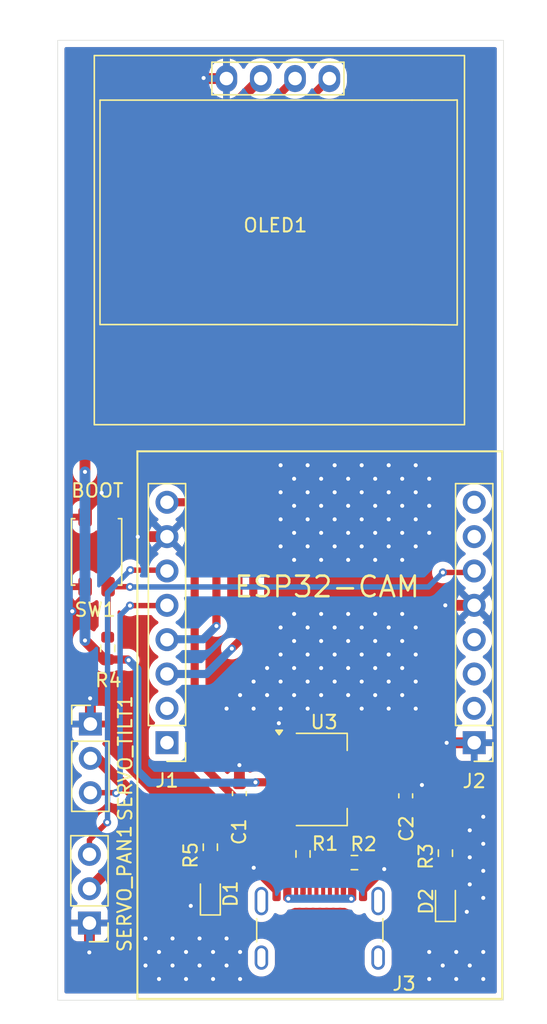
<source format=kicad_pcb>
(kicad_pcb (version 20241229) (generator "pcbnew") (generator_version "9.0")
  (title_block (title "ESP32-CAM AI Camera") (date "2025-07-30") (rev "1.0") (company "Designed by Mauro Ferreira") (comment 1 "ESP32-CAM + OLED + Dual Servo Control") (comment 2 "Modular PCB for ML Object Tracking with Pan-Tilt System"))
  (layers (0 "F.Cu" signal "Front") (2 "B.Cu" signal "Back") (13 "F.Paste" user) (15 "B.Paste" user) (5 "F.SilkS" user) (7 "B.SilkS" user) (1 "F.Mask" user) (3 "B.Mask" user) (25 "Edge.Cuts" user))
  (net 0 "")
  (net 1 "/VBUS")
  (net 2 "GND")
  (net 3 "/3V3")
  (net 4 "Net-(D1-A)")
  (net 5 "Net-(D2-A)")
  (net 6 "/IO14")
  (net 7 "/IO4")
  (net 8 "/IO2")
  (net 9 "/IO13")
  (net 10 "/IO15")
  (net 11 "/IO12")
  (net 12 "/IO16")
  (net 14 "/IO0")
  (net 15 "/IO3")
  (net 16 "/IO1")
  (net 17 "/3.3{slash}5V")
  (net 23 "Net-(J3-CC1)")
  (net 27 "Net-(J3-CC2)")
  (footprint "Resistor_SMD:R_0603_1608Metric" (layer "F.Cu") (at 153.275 125.88)
    (property "Reference" "R2" (at 0.675 -1.37 0) (layer "F.SilkS"))
    (property "Value" "5.1k" (hide yes))
    (fp_line (start -0.237258 -0.5225) (end 0.237258 -0.5225) (stroke (width 0.12)) (layer "F.SilkS"))
    (fp_line (start -0.237258 0.5225) (end 0.237258 0.5225) (stroke (width 0.12)) (layer "F.SilkS"))
    (pad "1" smd roundrect (at -0.825 0) (size 0.8 0.95) (layers "F.Cu" "F.Mask" "F.Paste") (net 27 "Net-(J3-CC2)"))
    (pad "2" smd roundrect (at 0.825 0) (size 0.8 0.95) (layers "F.Cu" "F.Mask" "F.Paste") (net 2 "GND"))
  )
  (footprint "Connector_PinHeader_2.54mm:PinHeader_1x08_P2.54mm_Vertical" (layer "F.Cu") (at 162.14 117.01 180)
    (property "Reference" "J2" (at 0 -2.84 0) (layer "F.SilkS"))
    (property "Value" "Conn_01x08")
    (fp_line (start 1.38 1.27) (end 1.38 19.16) (stroke (width 0.12)) (layer "F.SilkS"))
    (fp_line (start -1.38 19.16) (end 1.38 19.16) (stroke (width 0.12)) (layer "F.SilkS"))
    (fp_line (start -1.38 1.27) (end 1.38 1.27) (stroke (width 0.12)) (layer "F.SilkS"))
    (fp_line (start -1.38 1.27) (end -1.38 19.16) (stroke (width 0.12)) (layer "F.SilkS"))
    (fp_line (start -1.38 0) (end -1.38 -1.38) (stroke (width 0.12)) (layer "F.SilkS"))
    (fp_line (start -1.38 -1.38) (end 0 -1.38) (stroke (width 0.12)) (layer "F.SilkS"))
    (pad "1" thru_hole rect (at 0 0 180) (size 1.7 1.7) (drill 1) (layers "*.Cu" "*.Mask") (net 2 "GND"))
    (pad "2" thru_hole circle (at 0 2.54 180) (size 1.7 1.7) (drill 1) (layers "*.Cu" "*.Mask") (net 16 "/IO1"))
    (pad "3" thru_hole circle (at 0 5.08 180) (size 1.7 1.7) (drill 1) (layers "*.Cu" "*.Mask") (net 15 "/IO3"))
    (pad "4" thru_hole circle (at 0 7.62 180) (size 1.7 1.7) (drill 1) (layers "*.Cu" "*.Mask") (net 17 "/3.3{slash}5V"))
    (pad "5" thru_hole circle (at 0 10.16 180) (size 1.7 1.7) (drill 1) (layers "*.Cu" "*.Mask") (net 2 "GND"))
    (pad "6" thru_hole circle (at 0 12.7 180) (size 1.7 1.7) (drill 1) (layers "*.Cu" "*.Mask") (net 14 "/IO0"))
    (pad "7" thru_hole circle (at 0 15.24 180) (size 1.7 1.7) (drill 1) (layers "*.Cu" "*.Mask") (net 12 "/IO16"))
    (pad "8" thru_hole circle (at 0 17.78 180) (size 1.7 1.7) (drill 1) (layers "*.Cu" "*.Mask"))
  )
  (footprint "Button_Switch_SMD:SW_SPST_EVQP2_ShortPushTravel_H2.5mm" (layer "F.Cu") (at 134.19 102.9 -90)
    (property "Reference" "SW1" (at 4.28 0.11 0) (layer "F.SilkS"))
    (property "Value" "BOOT")
    (fp_line (start -2.46 1.86) (end 2.46 1.86) (stroke (width 0.12)) (layer "F.SilkS"))
    (fp_line (start -2.46 1.61) (end -2.46 1.86) (stroke (width 0.12)) (layer "F.SilkS"))
    (fp_line (start 2.46 1.61) (end 2.46 1.86) (stroke (width 0.12)) (layer "F.SilkS"))
    (fp_line (start -2.46 -1.86) (end -2.46 -1.61) (stroke (width 0.12)) (layer "F.SilkS"))
    (fp_line (start 2.46 -1.86) (end 2.46 -1.61) (stroke (width 0.12)) (layer "F.SilkS"))
    (fp_line (start 2.46 -1.86) (end -2.46 -1.86) (stroke (width 0.12)) (layer "F.SilkS"))
    (pad "1" smd roundrect (at -2.575 -0.85 270) (size 1.45 1) (layers "F.Cu" "F.Mask" "F.Paste") (net 14 "/IO0"))
    (pad "1" smd roundrect (at 2.575 -0.85 270) (size 1.45 1) (layers "F.Cu" "F.Mask" "F.Paste") (net 14 "/IO0"))
    (pad "2" smd roundrect (at -2.575 0.85 270) (size 1.45 1) (layers "F.Cu" "F.Mask" "F.Paste") (net 2 "GND"))
    (pad "2" smd roundrect (at 2.575 0.85 270) (size 1.45 1) (layers "F.Cu" "F.Mask" "F.Paste") (net 2 "GND"))
  )
  (footprint "LED_SMD:LED_0603_1608Metric" (layer "F.Cu") (at 160.01 128.7475 90)
    (property "Reference" "D2" (at 0 -1.43 90) (layer "F.SilkS"))
    (property "Value" "RED_3V3")
    (fp_line (start 0.8 -0.735) (end -1.485 -0.735) (stroke (width 0.12)) (layer "F.SilkS"))
    (fp_line (start -1.485 -0.735) (end -1.485 0.735) (stroke (width 0.12)) (layer "F.SilkS"))
    (fp_line (start -1.485 0.735) (end 0.8 0.735) (stroke (width 0.12)) (layer "F.SilkS"))
    (pad "1" smd roundrect (at -0.7875 0 90) (size 0.875 0.95) (layers "F.Cu" "F.Mask" "F.Paste") (net 2 "GND"))
    (pad "2" smd roundrect (at 0.7875 0 90) (size 0.875 0.95) (layers "F.Cu" "F.Mask" "F.Paste") (net 5 "Net-(D2-A)"))
  )
  (footprint "SSD1306:128x64OLED" (layer "F.Cu") (at 147.42 78.49)
    (property "Reference" "OLED1" (at 0 0.254 0) (layer "F.SilkS"))
    (property "Value" "SSD1306")
    (fp_line (start -13.4 -12.3) (end 14 -12.3) (stroke (width 0.12)) (layer "F.SilkS"))
    (fp_line (start -13.4 15) (end -13.4 -12.3) (stroke (width 0.12)) (layer "F.SilkS"))
    (fp_line (start -12.978 -9.005) (end 10.122 -9.005) (stroke (width 0.12)) (layer "F.SilkS"))
    (fp_line (start -12.978 7.595) (end -12.978 -9.005) (stroke (width 0.12)) (layer "F.SilkS"))
    (fp_line (start -4.699 -11.811) (end -4.699 -9.398) (stroke (width 0.12)) (layer "F.SilkS"))
    (fp_line (start -4.699 -11.811) (end 5.08 -11.811) (stroke (width 0.12)) (layer "F.SilkS"))
    (fp_line (start 5.08 -11.811) (end 5.08 -9.398) (stroke (width 0.12)) (layer "F.SilkS"))
    (fp_line (start 5.08 -9.398) (end -4.699 -9.398) (stroke (width 0.12)) (layer "F.SilkS"))
    (fp_line (start 10.122 -9.005) (end 13.208 -9.005) (stroke (width 0.12)) (layer "F.SilkS"))
    (fp_line (start 10.122 7.595) (end -12.978 7.595) (stroke (width 0.12)) (layer "F.SilkS"))
    (fp_line (start 10.122 7.595) (end 13.462 7.62) (stroke (width 0.12)) (layer "F.SilkS"))
    (fp_line (start 13.462 -9.017) (end 13.208 -9.005) (stroke (width 0.12)) (layer "F.SilkS"))
    (fp_line (start 13.462 7.62) (end 13.462 -9.017) (stroke (width 0.12)) (layer "F.SilkS"))
    (fp_line (start 14 -12.3) (end 14 15) (stroke (width 0.12)) (layer "F.SilkS"))
    (fp_line (start 14 15) (end -13.4 15) (stroke (width 0.12)) (layer "F.SilkS"))
    (pad "1" thru_hole oval (at -3.62 -10.6 90) (size 2 1.6) (drill 1) (layers "*.Cu" "*.Mask") (net 2 "GND"))
    (pad "2" thru_hole oval (at -1.08 -10.6 90) (size 2 1.6) (drill 1) (layers "*.Cu" "*.Mask") (net 3 "/3V3"))
    (pad "3" thru_hole oval (at 1.46 -10.6 90) (size 2 1.6) (drill 1) (layers "*.Cu" "*.Mask") (net 10 "/IO15"))
    (pad "4" thru_hole oval (at 4 -10.6 90) (size 2 1.6) (drill 1) (layers "*.Cu" "*.Mask") (net 6 "/IO14"))
  )
  (footprint "Capacitor_SMD:C_0603_1608Metric" (layer "F.Cu") (at 157.07 120.94 90)
    (property "Reference" "C2" (at -2.43 0.05 90) (layer "F.SilkS"))
    (property "Value" "10uF")
    (fp_line (start -0.14058 -0.51) (end 0.14058 -0.51) (stroke (width 0.12)) (layer "F.SilkS"))
    (fp_line (start -0.14058 0.51) (end 0.14058 0.51) (stroke (width 0.12)) (layer "F.SilkS"))
    (pad "1" smd roundrect (at -0.775 0 90) (size 0.9 0.95) (layers "F.Cu" "F.Mask" "F.Paste") (net 3 "/3V3"))
    (pad "2" smd roundrect (at 0.775 0 90) (size 0.9 0.95) (layers "F.Cu" "F.Mask" "F.Paste") (net 2 "GND"))
  )
  (footprint "Package_TO_SOT_SMD:SOT-223-3_TabPin2" (layer "F.Cu") (at 150.83 119.73)
    (property "Reference" "U3" (at 0.2 -4.24 0) (layer "F.SilkS"))
    (property "Value" "AMS1117-3.3" (hide yes))
    (fp_line (start -1.85 -3.41) (end 1.91 -3.41) (stroke (width 0.12)) (layer "F.SilkS"))
    (fp_line (start -1.85 3.41) (end 1.91 3.41) (stroke (width 0.12)) (layer "F.SilkS"))
    (fp_line (start 1.91 -3.41) (end 1.91 -2.15) (stroke (width 0.12)) (layer "F.SilkS"))
    (fp_line (start 1.91 3.41) (end 1.91 2.15) (stroke (width 0.12)) (layer "F.SilkS"))
    (fp_poly (pts (xy -3.13 -3.31) (xy -3.37 -3.64) (xy -2.89 -3.64) (xy -3.13 -3.31)) (stroke (width 0.12)) (fill yes) (layer "F.SilkS"))
    (pad "1" smd roundrect (at -3.15 -2.3) (size 2 1.5) (layers "F.Cu" "F.Mask" "F.Paste") (net 2 "GND"))
    (pad "2" smd roundrect (at -3.15 0) (size 2 1.5) (layers "F.Cu" "F.Mask" "F.Paste") (net 3 "/3V3"))
    (pad "2" smd roundrect (at 3.15 0) (size 2 3.8) (layers "F.Cu" "F.Mask" "F.Paste") (net 3 "/3V3"))
    (pad "3" smd roundrect (at -3.15 2.3) (size 2 1.5) (layers "F.Cu" "F.Mask" "F.Paste") (net 1 "/VBUS"))
  )
  (footprint "Connector_PinHeader_2.54mm:PinHeader_1x03_P2.54mm_Vertical" (layer "F.Cu") (at 133.73 115.63)
    (property "Reference" "SERVO_TILT1" (at 2.58 2.53 90) (layer "F.SilkS"))
    (property "Value" "Conn_01x03" (hide yes))
    (fp_line (start -1.38 -1.38) (end 0 -1.38) (stroke (width 0.12)) (layer "F.SilkS"))
    (fp_line (start -1.38 0) (end -1.38 -1.38) (stroke (width 0.12)) (layer "F.SilkS"))
    (fp_line (start -1.38 1.27) (end -1.38 6.46) (stroke (width 0.12)) (layer "F.SilkS"))
    (fp_line (start -1.38 1.27) (end 1.38 1.27) (stroke (width 0.12)) (layer "F.SilkS"))
    (fp_line (start -1.38 6.46) (end 1.38 6.46) (stroke (width 0.12)) (layer "F.SilkS"))
    (fp_line (start 1.38 1.27) (end 1.38 6.46) (stroke (width 0.12)) (layer "F.SilkS"))
    (pad "1" thru_hole rect (at 0 0) (size 1.7 1.7) (drill 1) (layers "*.Cu" "*.Mask") (net 2 "GND"))
    (pad "2" thru_hole circle (at 0 2.54) (size 1.7 1.7) (drill 1) (layers "*.Cu" "*.Mask") (net 1 "/VBUS"))
    (pad "3" thru_hole circle (at 0 5.08) (size 1.7 1.7) (drill 1) (layers "*.Cu" "*.Mask") (net 9 "/IO13"))
  )
  (footprint "Resistor_SMD:R_0603_1608Metric" (layer "F.Cu") (at 149.47 125.24 90)
    (property "Reference" "R1" (at 0.76 1.63 180) (layer "F.SilkS"))
    (property "Value" "5.1k" (hide yes))
    (fp_line (start -0.237258 -0.5225) (end 0.237258 -0.5225) (stroke (width 0.12)) (layer "F.SilkS"))
    (fp_line (start -0.237258 0.5225) (end 0.237258 0.5225) (stroke (width 0.12)) (layer "F.SilkS"))
    (pad "1" smd roundrect (at -0.825 0 90) (size 0.8 0.95) (layers "F.Cu" "F.Mask" "F.Paste") (net 23 "Net-(J3-CC1)"))
    (pad "2" smd roundrect (at 0.825 0 90) (size 0.8 0.95) (layers "F.Cu" "F.Mask" "F.Paste") (net 2 "GND"))
  )
  (footprint "Resistor_SMD:R_0603_1608Metric" (layer "F.Cu") (at 160.01 125.18 -90)
    (property "Reference" "R3" (at 0.245 1.45 90) (layer "F.SilkS"))
    (property "Value" "470")
    (fp_line (start -0.237258 0.5225) (end 0.237258 0.5225) (stroke (width 0.12)) (layer "F.SilkS"))
    (fp_line (start -0.237258 -0.5225) (end 0.237258 -0.5225) (stroke (width 0.12)) (layer "F.SilkS"))
    (pad "1" smd roundrect (at -0.825 0 270) (size 0.8 0.95) (layers "F.Cu" "F.Mask" "F.Paste") (net 3 "/3V3"))
    (pad "2" smd roundrect (at 0.825 0 270) (size 0.8 0.95) (layers "F.Cu" "F.Mask" "F.Paste") (net 5 "Net-(D2-A)"))
  )
  (footprint "Connector_PinHeader_2.54mm:PinHeader_1x03_P2.54mm_Vertical" (layer "F.Cu") (at 133.66 130.35 180)
    (property "Reference" "SERVO_PAN1" (at -2.6 2.55 90) (layer "F.SilkS"))
    (property "Value" "Conn_01x03" (hide yes))
    (fp_line (start 1.38 1.27) (end 1.38 6.46) (stroke (width 0.12)) (layer "F.SilkS"))
    (fp_line (start -1.38 6.46) (end 1.38 6.46) (stroke (width 0.12)) (layer "F.SilkS"))
    (fp_line (start -1.38 1.27) (end 1.38 1.27) (stroke (width 0.12)) (layer "F.SilkS"))
    (fp_line (start -1.38 1.27) (end -1.38 6.46) (stroke (width 0.12)) (layer "F.SilkS"))
    (fp_line (start -1.38 0) (end -1.38 -1.38) (stroke (width 0.12)) (layer "F.SilkS"))
    (fp_line (start -1.38 -1.38) (end 0 -1.38) (stroke (width 0.12)) (layer "F.SilkS"))
    (pad "1" thru_hole rect (at 0 0 180) (size 1.7 1.7) (drill 1) (layers "*.Cu" "*.Mask") (net 2 "GND"))
    (pad "2" thru_hole circle (at 0 2.54 180) (size 1.7 1.7) (drill 1) (layers "*.Cu" "*.Mask") (net 1 "/VBUS"))
    (pad "3" thru_hole circle (at 0 5.08 180) (size 1.7 1.7) (drill 1) (layers "*.Cu" "*.Mask") (net 11 "/IO12"))
  )
  (footprint "Capacitor_SMD:C_0603_1608Metric" (layer "F.Cu") (at 144.76 120.775 90)
    (property "Reference" "C1" (at -2.825 -0.02 90) (layer "F.SilkS"))
    (property "Value" "10uF")
    (fp_line (start -0.14058 -0.51) (end 0.14058 -0.51) (stroke (width 0.12)) (layer "F.SilkS"))
    (fp_line (start -0.14058 0.51) (end 0.14058 0.51) (stroke (width 0.12)) (layer "F.SilkS"))
    (pad "1" smd roundrect (at -0.775 0 90) (size 0.9 0.95) (layers "F.Cu" "F.Mask" "F.Paste") (net 1 "/VBUS"))
    (pad "2" smd roundrect (at 0.775 0 90) (size 0.9 0.95) (layers "F.Cu" "F.Mask" "F.Paste") (net 2 "GND"))
  )
  (footprint "Connector_USB:USB_C_Receptacle_GCT_USB4105-xx-A_16P_TopMnt_Horizontal" (layer "F.Cu") (at 150.71 131.8312)
    (property "Reference" "J3" (at 6.24 3.0088 0) (layer "F.SilkS"))
    (property "Value" "USB_C_Receptacle_USB2.0_16P" (hide yes))
    (fp_line (start -4.67 -0.1) (end -4.67 -1.8) (stroke (width 0.12)) (layer "F.SilkS"))
    (fp_line (start 4.67 -0.1) (end 4.67 -1.8) (stroke (width 0.12)) (layer "F.SilkS"))
    (pad "" np_thru_hole circle (at -2.89 -2.605) (size 0.65 0.65) (drill 0.65) (layers "*.Cu" "*.Mask"))
    (pad "" np_thru_hole circle (at 2.89 -2.605) (size 0.65 0.65) (drill 0.65) (layers "*.Cu" "*.Mask"))
    (pad "A1" smd roundrect (at -3.2 -3.68) (size 0.6 1.15) (layers "F.Cu" "F.Mask" "F.Paste") (net 2 "GND"))
    (pad "A4" smd roundrect (at -2.4 -3.68) (size 0.6 1.15) (layers "F.Cu" "F.Mask" "F.Paste") (net 1 "/VBUS"))
    (pad "A5" smd roundrect (at -1.25 -3.68) (size 0.3 1.15) (layers "F.Cu" "F.Mask" "F.Paste") (net 23 "Net-(J3-CC1)"))
    (pad "A6" smd roundrect (at -0.25 -3.68) (size 0.3 1.15) (layers "F.Cu" "F.Mask" "F.Paste"))
    (pad "A7" smd roundrect (at 0.25 -3.68) (size 0.3 1.15) (layers "F.Cu" "F.Mask" "F.Paste"))
    (pad "A8" smd roundrect (at 1.25 -3.68) (size 0.3 1.15) (layers "F.Cu" "F.Mask" "F.Paste"))
    (pad "A9" smd roundrect (at 2.4 -3.68) (size 0.6 1.15) (layers "F.Cu" "F.Mask" "F.Paste") (net 1 "/VBUS"))
    (pad "A12" smd roundrect (at 3.2 -3.68) (size 0.6 1.15) (layers "F.Cu" "F.Mask" "F.Paste") (net 2 "GND"))
    (pad "B1" smd roundrect (at 3.2 -3.68) (size 0.6 1.15) (layers "F.Cu" "F.Mask" "F.Paste") (net 2 "GND"))
    (pad "B4" smd roundrect (at 2.4 -3.68) (size 0.6 1.15) (layers "F.Cu" "F.Mask" "F.Paste") (net 1 "/VBUS"))
    (pad "B5" smd roundrect (at 1.75 -3.68) (size 0.3 1.15) (layers "F.Cu" "F.Mask" "F.Paste") (net 27 "Net-(J3-CC2)"))
    (pad "B6" smd roundrect (at 0.75 -3.68) (size 0.3 1.15) (layers "F.Cu" "F.Mask" "F.Paste"))
    (pad "B7" smd roundrect (at -0.75 -3.68) (size 0.3 1.15) (layers "F.Cu" "F.Mask" "F.Paste"))
    (pad "B8" smd roundrect (at -1.75 -3.68) (size 0.3 1.15) (layers "F.Cu" "F.Mask" "F.Paste"))
    (pad "B9" smd roundrect (at -2.4 -3.68) (size 0.6 1.15) (layers "F.Cu" "F.Mask" "F.Paste") (net 1 "/VBUS"))
    (pad "B12" smd roundrect (at -3.2 -3.68) (size 0.6 1.15) (layers "F.Cu" "F.Mask" "F.Paste") (net 2 "GND"))
    (pad "S1" thru_hole oval (at -4.32 -3.105) (size 1 2.1) (drill oval 0.6 1.7) (property pad_prop_heatsink) (layers "*.Cu" "*.Mask" "F.Paste"))
    (pad "S1" thru_hole oval (at -4.32 1.075) (size 1 1.8) (drill oval 0.6 1.4) (property pad_prop_heatsink) (layers "*.Cu" "*.Mask" "F.Paste"))
    (pad "S1" thru_hole oval (at 4.32 -3.105) (size 1 2.1) (drill oval 0.6 1.7) (property pad_prop_heatsink) (layers "*.Cu" "*.Mask" "F.Paste"))
    (pad "S1" thru_hole oval (at 4.32 1.075) (size 1 1.8) (drill oval 0.6 1.4) (property pad_prop_heatsink) (layers "*.Cu" "*.Mask" "F.Paste"))
  )
  (footprint "Connector_PinHeader_2.54mm:PinHeader_1x08_P2.54mm_Vertical" (layer "F.Cu") (at 139.4 117.01 180)
    (property "Reference" "J1" (at 0 -2.8 0) (layer "F.SilkS"))
    (property "Value" "Conn_01x08")
    (fp_line (start 1.38 1.27) (end 1.38 19.16) (stroke (width 0.12)) (layer "F.SilkS"))
    (fp_line (start -1.38 19.16) (end 1.38 19.16) (stroke (width 0.12)) (layer "F.SilkS"))
    (fp_line (start -1.38 1.27) (end 1.38 1.27) (stroke (width 0.12)) (layer "F.SilkS"))
    (fp_line (start -1.38 1.27) (end -1.38 19.16) (stroke (width 0.12)) (layer "F.SilkS"))
    (fp_line (start -1.38 0) (end -1.38 -1.38) (stroke (width 0.12)) (layer "F.SilkS"))
    (fp_line (start -1.38 -1.38) (end 0 -1.38) (stroke (width 0.12)) (layer "F.SilkS"))
    (pad "1" thru_hole rect (at 0 0 180) (size 1.7 1.7) (drill 1) (layers "*.Cu" "*.Mask") (net 7 "/IO4"))
    (pad "2" thru_hole circle (at 0 2.54 180) (size 1.7 1.7) (drill 1) (layers "*.Cu" "*.Mask") (net 8 "/IO2"))
    (pad "3" thru_hole circle (at 0 5.08 180) (size 1.7 1.7) (drill 1) (layers "*.Cu" "*.Mask") (net 6 "/IO14"))
    (pad "4" thru_hole circle (at 0 7.62 180) (size 1.7 1.7) (drill 1) (layers "*.Cu" "*.Mask") (net 10 "/IO15"))
    (pad "5" thru_hole circle (at 0 10.16 180) (size 1.7 1.7) (drill 1) (layers "*.Cu" "*.Mask") (net 9 "/IO13"))
    (pad "6" thru_hole circle (at 0 12.7 180) (size 1.7 1.7) (drill 1) (layers "*.Cu" "*.Mask") (net 11 "/IO12"))
    (pad "7" thru_hole circle (at 0 15.24 180) (size 1.7 1.7) (drill 1) (layers "*.Cu" "*.Mask") (net 2 "GND"))
    (pad "8" thru_hole circle (at 0 17.78 180) (size 1.7 1.7) (drill 1) (layers "*.Cu" "*.Mask") (net 1 "/VBUS"))
  )
  (footprint "Resistor_SMD:R_0603_1608Metric" (layer "F.Cu") (at 135.01 110.035 90)
    (property "Reference" "R4" (at -2.355 0.05 0) (layer "F.SilkS"))
    (property "Value" "10K")
    (fp_line (start -0.237258 -0.5225) (end 0.237258 -0.5225) (stroke (width 0.12)) (layer "F.SilkS"))
    (fp_line (start -0.237258 0.5225) (end 0.237258 0.5225) (stroke (width 0.12)) (layer "F.SilkS"))
    (pad "1" smd roundrect (at -0.825 0 90) (size 0.8 0.95) (layers "F.Cu" "F.Mask" "F.Paste") (net 3 "/3V3"))
    (pad "2" smd roundrect (at 0.825 0 90) (size 0.8 0.95) (layers "F.Cu" "F.Mask" "F.Paste") (net 14 "/IO0"))
  )
  (footprint "Resistor_SMD:R_0603_1608Metric" (layer "F.Cu") (at 142.61 124.74 -90)
    (property "Reference" "R5" (at 0.6 1.46 90) (layer "F.SilkS"))
    (property "Value" "1k")
    (fp_line (start -0.237258 0.5225) (end 0.237258 0.5225) (stroke (width 0.12)) (layer "F.SilkS"))
    (fp_line (start -0.237258 -0.5225) (end 0.237258 -0.5225) (stroke (width 0.12)) (layer "F.SilkS"))
    (pad "1" smd roundrect (at -0.825 0 270) (size 0.8 0.95) (layers "F.Cu" "F.Mask" "F.Paste") (net 1 "/VBUS"))
    (pad "2" smd roundrect (at 0.825 0 270) (size 0.8 0.95) (layers "F.Cu" "F.Mask" "F.Paste") (net 4 "Net-(D1-A)"))
  )
  (footprint "LED_SMD:LED_0603_1608Metric" (layer "F.Cu") (at 142.61 128.2675 90)
    (property "Reference" "D1" (at 0.0775 1.5 90) (layer "F.SilkS"))
    (property "Value" "RED_5V")
    (fp_line (start 0.8 -0.735) (end -1.485 -0.735) (stroke (width 0.12)) (layer "F.SilkS"))
    (fp_line (start -1.485 -0.735) (end -1.485 0.735) (stroke (width 0.12)) (layer "F.SilkS"))
    (fp_line (start -1.485 0.735) (end 0.8 0.735) (stroke (width 0.12)) (layer "F.SilkS"))
    (pad "1" smd roundrect (at -0.7875 0 90) (size 0.875 0.95) (layers "F.Cu" "F.Mask" "F.Paste") (net 2 "GND"))
    (pad "2" smd roundrect (at 0.7875 0 90) (size 0.875 0.95) (layers "F.Cu" "F.Mask" "F.Paste") (net 4 "Net-(D1-A)"))
  )
  (gr_rect (start 137.21 95.46) (end 164.21 135.96) (stroke (width 0.1524)) (fill no) (layer "F.SilkS"))
  (gr_rect (start 131.31 65.06) (end 164.31 136.06) (stroke (width 0.0381)) (fill no) (layer "Edge.Cuts"))
  (gr_text "BOOT" (at 134.24 98.36 0) (layer "F.SilkS") (effects (font (size 1 1))))
  (gr_text "ESP32-CAM" (at 144.26 106.37 0) (layer "F.SilkS") (effects (font (size 1.524 1.524) (thickness 0.1905)) (justify left bottom)))
  (segment (start 134.23 118.17) (end 133.73 118.17) (width 0.8) (layer "F.Cu") (net 1))
  (segment (start 142.61 123.915) (end 137.555 123.915) (width 0.8) (layer "F.Cu") (net 1))
  (segment (start 142.61 123.915) (end 139.975 123.915) (width 0.8) (layer "F.Cu") (net 1))
  (segment (start 141.45 99.83) (end 140.85 99.23) (width 0.6) (layer "F.Cu") (net 1))
  (segment (start 148.31 128.1512) (end 148.31 128.477349) (width 0.6) (layer "F.Cu") (net 1))
  (segment (start 144.76 121.765) (end 142.61 123.915) (width 0.8) (layer "F.Cu") (net 1))
  (segment (start 137.555 123.915) (end 133.66 127.81) (width 0.8) (layer "F.Cu") (net 1))
  (segment (start 148.31 128.477349) (end 148.382 128.549349) (width 0.6) (layer "F.Cu") (net 1))
  (segment (start 144.76 121.55) (end 147.2 121.55) (width 0.8) (layer "F.Cu") (net 1))
  (segment (start 140.85 99.23) (end 139.4 99.23) (width 0.6) (layer "F.Cu") (net 1))
  (segment (start 145.385284 122.03) (end 141.45 118.094716) (width 0.6) (layer "F.Cu") (net 1))
  (segment (start 148.31 128.1512) (end 148.31 127.554628) (width 0.6) (layer "F.Cu") (net 1))
  (segment (start 139.975 123.915) (end 134.23 118.17) (width 0.8) (layer "F.Cu") (net 1))
  (segment (start 141.45 118.094716) (end 141.45 99.83) (width 0.6) (layer "F.Cu") (net 1))
  (segment (start 144.76 121.55) (end 144.76 121.765) (width 0.8) (layer "F.Cu") (net 1))
  (segment (start 147.68 122.03) (end 145.385284 122.03) (width 0.6) (layer "F.Cu") (net 1))
  (segment (start 147.2 121.55) (end 147.68 122.03) (width 0.8) (layer "F.Cu") (net 1))
  (segment (start 148.31 127.554628) (end 147.68 126.924628) (width 0.6) (layer "F.Cu") (net 1))
  (segment (start 153.037 128.556382) (end 153.037 128.462326) (width 0.6) (layer "F.Cu") (net 1))
  (segment (start 147.68 126.924628) (end 147.68 122.03) (width 0.6) (layer "F.Cu") (net 1))
  (via (at 153.037 128.556382) (size 0.6) (drill 0.3) (layers "F.Cu" "B.Cu") (net 1))
  (via (at 148.382 128.549349) (size 0.6) (drill 0.3) (layers "F.Cu" "B.Cu") (net 1))
  (segment (start 153.029967 128.549349) (end 153.037 128.556382) (width 0.6) (layer "B.Cu") (net 1))
  (segment (start 148.382 128.549349) (end 153.029967 128.549349) (width 0.6) (layer "B.Cu") (net 1))
  (segment (start 137.25 101.77) (end 137.24 101.78) (width 0.8) (layer "F.Cu") (net 2))
  (segment (start 162.14 106.85) (end 160 106.85) (width 0.8) (layer "F.Cu") (net 2))
  (segment (start 142.15 67.89) (end 142.11 67.85) (width 0.8) (layer "F.Cu") (net 2))
  (segment (start 153.91 128.1512) (end 153.91 127.93) (width 0.6) (layer "F.Cu") (net 2))
  (segment (start 161.575 129.535) (end 161.59 129.52) (width 0.6) (layer "F.Cu") (net 2))
  (segment (start 160.1 117.02) (end 162.13 117.02) (width 0.8) (layer "F.Cu") (net 2))
  (segment (start 142.61 129.055) (end 141.185 129.055) (width 0.6) (layer "F.Cu") (net 2))
  (segment (start 133.66 132.51) (end 133.65 132.52) (width 0.8) (layer "F.Cu") (net 2))
  (segment (start 153.91 127.93) (end 155.48 126.36) (width 0.6) (layer "F.Cu") (net 2))
  (segment (start 141.185 129.055) (end 141.16 129.08) (width 0.6) (layer "F.Cu") (net 2))
  (segment (start 147.51 127.95) (end 145.82 126.26) (width 0.6) (layer "F.Cu") (net 2))
  (segment (start 160.01 129.535) (end 161.575 129.535) (width 0.6) (layer "F.Cu") (net 2))
  (segment (start 139.4 101.77) (end 137.25 101.77) (width 0.8) (layer "F.Cu") (net 2))
  (segment (start 133.73 115.63) (end 133.73 113.75) (width 0.8) (layer "F.Cu") (net 2))
  (segment (start 162.13 117.02) (end 162.14 117.01) (width 0.8) (layer "F.Cu") (net 2))
  (segment (start 144.76 120) (end 144.76 118.67) (width 0.8) (layer "F.Cu") (net 2))
  (segment (start 157.07 120.165) (end 158.245 120.165) (width 0.8) (layer "F.Cu") (net 2))
  (segment (start 143.8 67.89) (end 142.15 67.89) (width 0.8) (layer "F.Cu") (net 2))
  (segment (start 133.66 130.35) (end 133.66 132.51) (width 0.8) (layer "F.Cu") (net 2))
  (segment (start 158.245 120.165) (end 158.27 120.14) (width 0.8) (layer "F.Cu") (net 2))
  (segment (start 133.34 99.75) (end 134.56 98.53) (width 0.8) (layer "F.Cu") (net 2))
  (segment (start 133.34 105.475) (end 133.34 106.34) (width 0.8) (layer "F.Cu") (net 2))
  (segment (start 147.51 128.1512) (end 147.51 127.95) (width 0.6) (layer "F.Cu") (net 2))
  (segment (start 147.68 117.43) (end 147.68 115.57) (width 0.8) (layer "F.Cu") (net 2))
  (segment (start 133.73 113.75) (end 133.71 113.73) (width 0.8) (layer "F.Cu") (net 2))
  (segment (start 133.34 100.325) (end 133.34 99.75) (width 0.8) (layer "F.Cu") (net 2))
  (segment (start 133.34 106.34) (end 132.39 107.29) (width 0.8) (layer "F.Cu") (net 2))
  (via (at 139.81 131.49) (size 0.6) (drill 0.3) (layers "F.Cu" "B.Cu") (net 2))
  (via (at 147.68 115.57) (size 0.6) (drill 0.3) (layers "F.Cu" "B.Cu") (net 2))
  (via (at 152.81 101.49) (size 0.6) (drill 0.3) (layers "F.Cu" "B.Cu") (net 2))
  (via (at 154.81 113.49) (size 0.6) (drill 0.3) (layers "F.Cu" "B.Cu") (net 2))
  (via (at 160.81 134.49) (size 0.6) (drill 0.3) (layers "F.Cu" "B.Cu") (net 2))
  (via (at 160.1 117.02) (size 0.6) (drill 0.3) (layers "F.Cu" "B.Cu") (net 2))
  (via (at 152.81 109.49) (size 0.6) (drill 0.3) (layers "F.Cu" "B.Cu") (net 2))
  (via (at 147.81 108.49) (size 0.6) (drill 0.3) (layers "F.Cu" "B.Cu") (net 2))
  (via (at 154.81 99.49) (size 0.6) (drill 0.3) (layers "F.Cu" "B.Cu") (net 2))
  (via (at 162.81 124.49) (size 0.6) (drill 0.3) (layers "F.Cu" "B.Cu") (net 2))
  (via (at 153.81 100.49) (size 0.6) (drill 0.3) (layers "F.Cu" "B.Cu") (net 2))
  (via (at 133.65 132.52) (size 0.6) (drill 0.3) (layers "F.Cu" "B.Cu") (net 2))
  (via (at 153.81 96.49) (size 0.6) (drill 0.3) (layers "F.Cu" "B.Cu") (net 2))
  (via (at 141.16 129.08) (size 0.6) (drill 0.3) (layers "F.Cu" "B.Cu") (net 2))
  (via (at 157.81 98.49) (size 0.6) (drill 0.3) (layers "F.Cu" "B.Cu") (net 2))
  (via (at 153.81 112.49) (size 0.6) (drill 0.3) (layers "F.Cu" "B.Cu") (net 2))
  (via (at 150.81 107.49) (size 0.6) (drill 0.3) (layers "F.Cu" "B.Cu") (net 2))
  (via (at 153.81 114.49) (size 0.6) (drill 0.3) (layers "F.Cu" "B.Cu") (net 2))
  (via (at 138.81 132.49) (size 0.6) (drill 0.3) (layers "F.Cu" "B.Cu") (net 2))
  (via (at 148.81 109.49) (size 0.6) (drill 0.3) (layers "F.Cu" "B.Cu") (net 2))
  (via (at 151.81 110.49) (size 0.6) (drill 0.3) (layers "F.Cu" "B.Cu") (net 2))
  (via (at 154.81 103.49) (size 0.6) (drill 0.3) (layers "F.Cu" "B.Cu") (net 2))
  (via (at 151.81 108.49) (size 0.6) (drill 0.3) (layers "F.Cu" "B.Cu") (net 2))
  (via (at 155.81 108.49) (size 0.6) (drill 0.3) (layers "F.Cu" "B.Cu") (net 2))
  (via (at 148.81 97.49) (size 0.6) (drill 0.3) (layers "F.Cu" "B.Cu") (net 2))
  (via (at 158.81 99.49) (size 0.6) (drill 0.3) (layers "F.Cu" "B.Cu") (net 2))
  (via (at 157.81 108.49) (size 0.6) (drill 0.3) (layers "F.Cu" "B.Cu") (net 2))
  (via (at 158.81 134.49) (size 0.6) (drill 0.3) (layers "F.Cu" "B.Cu") (net 2))
  (via (at 132.39 107.29) (size 0.6) (drill 0.3) (layers "F.Cu" "B.Cu") (net 2))
  (via (at 148.81 111.49) (size 0.6) (drill 0.3) (layers "F.Cu" "B.Cu") (net 2))
  (via (at 150.81 109.49) (size 0.6) (drill 0.3) (layers "F.Cu" "B.Cu") (net 2))
  (via (at 149.81 108.49) (size 0.6) (drill 0.3) (layers "F.Cu" "B.Cu") (net 2))
  (via (at 142.11 67.85) (size 0.6) (drill 0.3) (layers "F.Cu" "B.Cu") (net 2))
  (via (at 156.81 107.49) (size 0.6) (drill 0.3) (layers "F.Cu" "B.Cu") (net 2))
  (via (at 145.81 112.49) (size 0.6) (drill 0.3) (layers "F.Cu" "B.Cu") (net 2))
  (via (at 146.81 111.49) (size 0.6) (drill 0.3) (layers "F.Cu" "B.Cu") (net 2))
  (via (at 139.81 133.49) (size 0.6) (drill 0.3) (layers "F.Cu" "B.Cu") (net 2))
  (via (at 145.81 114.49) (size 0.6) (drill 0.3) (layers "F.Cu" "B.Cu") (net 2))
  (via (at 141.81 133.49) (size 0.6) (drill 0.3) (layers "F.Cu" "B.Cu") (net 2))
  (via (at 154.81 101.49) (size 0.6) (drill 0.3) (layers "F.Cu" "B.Cu") (net 2))
  (via (at 156.81 103.49) (size 0.6) (drill 0.3) (layers "F.Cu" "B.Cu") (net 2))
  (via (at 151.81 112.49) (size 0.6) (drill 0.3) (layers "F.Cu" "B.Cu") (net 2))
  (via (at 145.82 126.26) (size 0.6) (drill 0.3) (layers "F.Cu" "B.Cu") (net 2))
  (via (at 153.81 98.49) (size 0.6) (drill 0.3) (layers "F.Cu" "B.Cu") (net 2))
  (via (at 152.81 111.49) (size 0.6) (drill 0.3) (layers "F.Cu" "B.Cu") (net 2))
  (via (at 150.81 99.49) (size 0.6) (drill 0.3) (layers "F.Cu" "B.Cu") (net 2))
  (via (at 160 106.85) (size 0.6) (drill 0.3) (layers "F.Cu" "B.Cu") (net 2))
  (via (at 157.81 114.49) (size 0.6) (drill 0.3) (layers "F.Cu" "B.Cu") (net 2))
  (via (at 154.81 107.49) (size 0.6) (drill 0.3) (layers "F.Cu" "B.Cu") (net 2))
  (via (at 161.81 125.49) (size 0.6) (drill 0.3) (layers "F.Cu" "B.Cu") (net 2))
  (via (at 143.81 131.49) (size 0.6) (drill 0.3) (layers "F.Cu" "B.Cu") (net 2))
  (via (at 147.81 98.49) (size 0.6) (drill 0.3) (layers "F.Cu" "B.Cu") (net 2))
  (via (at 154.81 109.49) (size 0.6) (drill 0.3) (layers "F.Cu" "B.Cu") (net 2))
  (via (at 155.81 102.49) (size 0.6) (drill 0.3) (layers "F.Cu" "B.Cu") (net 2))
  (via (at 157.81 100.49) (size 0.6) (drill 0.3) (layers "F.Cu" "B.Cu") (net 2))
  (via (at 147.81 110.49) (size 0.6) (drill 0.3) (layers "F.Cu" "B.Cu") (net 2))
  (via (at 148.81 101.49) (size 0.6) (drill 0.3) (layers "F.Cu" "B.Cu") (net 2))
  (via (at 138.81 134.49) (size 0.6) (drill 0.3) (layers "F.Cu" "B.Cu") (net 2))
  (via (at 154.81 111.49) (size 0.6) (drill 0.3) (layers "F.Cu" "B.Cu") (net 2))
  (via (at 161.81 127.49) (size 0.6) (drill 0.3) (layers "F.Cu" "B.Cu") (net 2))
  (via (at 156.81 113.49) (size 0.6) (drill 0.3) (layers "F.Cu" "B.Cu") (net 2))
  (via (at 143.81 114.49) (size 0.6) (drill 0.3) (layers "F.Cu" "B.Cu") (net 2))
  (via (at 152.81 107.49) (size 0.6) (drill 0.3) (layers "F.Cu" "B.Cu") (net 2))
  (via (at 158.81 132.49) (size 0.6) (drill 0.3) (layers "F.Cu" "B.Cu") (net 2))
  (via (at 140.81 134.49) (size 0.6) (drill 0.3) (layers "F.Cu" "B.Cu") (net 2))
  (via (at 153.81 108.49) (size 0.6) (drill 0.3) (layers "F.Cu" "B.Cu") (net 2))
  (via (at 137.81 133.49) (size 0.6) (drill 0.3) (layers "F.Cu" "B.Cu") (net 2))
  (via (at 150.81 103.49) (size 0.6) (drill 0.3) (layers "F.Cu" "B.Cu") (net 2))
  (via (at 155.81 96.49) (size 0.6) (drill 0.3) (layers "F.Cu" "B.Cu") (net 2))
  (via (at 144.81 132.49) (size 0.6) (drill 0.3) (layers "F.Cu" "B.Cu") (net 2))
  (via (at 155.81 100.49) (size 0.6) (drill 0.3) (layers "F.Cu" "B.Cu") (net 2))
  (via (at 156.81 109.49) (size 0.6) (drill 0.3) (layers "F.Cu" "B.Cu") (net 2))
  (via (at 151.81 96.49) (size 0.6) (drill 0.3) (layers "F.Cu" "B.Cu") (net 2))
  (via (at 147.81 102.49) (size 0.6) (drill 0.3) (layers "F.Cu" "B.Cu") (net 2))
  (via (at 144.81 134.49) (size 0.6) (drill 0.3) (layers "F.Cu" "B.Cu") (net 2))
  (via (at 154.81 97.49) (size 0.6) (drill 0.3) (layers "F.Cu" "B.Cu") (net 2))
  (via (at 150.81 113.49) (size 0.6) (drill 0.3) (layers "F.Cu" "B.Cu") (net 2))
  (via (at 140.81 132.49) (size 0.6) (drill 0.3) (layers "F.Cu" "B.Cu") (net 2))
  (via (at 155.81 114.49) (size 0.6) (drill 0.3) (layers "F.Cu" "B.Cu") (net 2))
  (via (at 156.81 101.49) (size 0.6) (drill 0.3) (layers "F.Cu" "B.Cu") (net 2))
  (via (at 161.81 123.49) (size 0.6) (drill 0.3) (layers "F.Cu" "B.Cu") (net 2))
  (via (at 157.81 102.49) (size 0.6) (drill 0.3) (layers "F.Cu" "B.Cu") (net 2))
  (via (at 158.81 97.49) (size 0.6) (drill 0.3) (layers "F.Cu" "B.Cu") (net 2))
  (via (at 147.81 100.49) (size 0.6) (drill 0.3) (layers "F.Cu" "B.Cu") (net 2))
  (via (at 156.81 97.49) (size 0.6) (drill 0.3) (layers "F.Cu" "B.Cu") (net 2))
  (via (at 147.81 114.49) (size 0.6) (drill 0.3) (layers "F.Cu" "B.Cu") (net 2))
  (via (at 137.24 101.78) (size 0.6) (drill 0.3) (layers "F.Cu" "B.Cu") (net 2))
  (via (at 146.81 113.49) (size 0.6) (drill 0.3) (layers "F.Cu" "B.Cu") (net 2))
  (via (at 150.81 97.49) (size 0.6) (drill 0.3) (layers "F.Cu" "B.Cu") (net 2))
  (via (at 161.81 133.49) (size 0.6) (drill 0.3) (layers "F.Cu" "B.Cu") (net 2))
  (via (at 151.81 100.49) (size 0.6) (drill 0.3) (layers "F.Cu" "B.Cu") (net 2))
  (via (at 147.81 112.49) (size 0.6) (drill 0.3) (layers "F.Cu" "B.Cu") (net 2))
  (via (at 157.81 96.49) (size 0.6) (drill 0.3) (layers "F.Cu" "B.Cu") (net 2))
  (via (at 162.81 128.49) (size 0.6) (drill 0.3) (layers "F.Cu" "B.Cu") (net 2))
  (via (at 152.81 113.49) (size 0.6) (drill 0.3) (layers "F.Cu" "B.Cu") (net 2))
  (via (at 153.81 110.49) (size 0.6) (drill 0.3) (layers "F.Cu" "B.Cu") (net 2))
  (via (at 156.81 99.49) (size 0.6) (drill 0.3) (layers "F.Cu" "B.Cu") (net 2))
  (via (at 152.81 97.49) (size 0.6) (drill 0.3) (layers "F.Cu" "B.Cu") (net 2))
  (via (at 162.81 122.49) (size 0.6) (drill 0.3) (layers "F.Cu" "B.Cu") (net 2))
  (via (at 153.81 102.49) (size 0.6) (drill 0.3) (layers "F.Cu" "B.Cu") (net 2))
  (via (at 156.81 111.49) (size 0.6) (drill 0.3) (layers "F.Cu" "B.Cu") (net 2))
  (via (at 144.81 113.49) (size 0.6) (drill 0.3) (layers "F.Cu" "B.Cu") (net 2))
  (via (at 157.81 110.49) (size 0.6) (drill 0.3) (layers "F.Cu" "B.Cu") (net 2))
  (via (at 150.81 111.49) (size 0.6) (drill 0.3) (layers "F.Cu" "B.Cu") (net 2))
  (via (at 148.81 99.49) (size 0.6) (drill 0.3) (layers "F.Cu" "B.Cu") (net 2))
  (via (at 155.81 112.49) (size 0.6) (drill 0.3) (layers "F.Cu" "B.Cu") (net 2))
  (via (at 159.81 133.49) (size 0.6) (drill 0.3) (layers "F.Cu" "B.Cu") (net 2))
  (via (at 148.81 103.49) (size 0.6) (drill 0.3) (layers "F.Cu" "B.Cu") (net 2))
  (via (at 142.81 132.49) (size 0.6) (drill 0.3) (layers "F.Cu" "B.Cu") (net 2))
  (via (at 148.81 107.49) (size 0.6) (drill 0.3) (layers "F.Cu" "B.Cu") (net 2))
  (via (at 149.81 110.49) (size 0.6) (drill 0.3) (layers "F.Cu" "B.Cu") (net 2))
  (via (at 155.81 110.49) (size 0.6) (drill 0.3) (layers "F.Cu" "B.Cu") (net 2))
  (via (at 133.71 113.73) (size 0.6) (drill 0.3) (layers "F.Cu" "B.Cu") (net 2))
  (via (at 155.48 126.36) (size 0.6) (drill 0.3) (layers "F.Cu" "B.Cu") (net 2))
  (via (at 149.81 102.49) (size 0.6) (drill 0.3) (layers "F.Cu" "B.Cu") (net 2))
  (via (at 152.81 99.49) (size 0.6) (drill 0.3) (layers "F.Cu" "B.Cu") (net 2))
  (via (at 160.81 132.49) (size 0.6) (drill 0.3) (layers "F.Cu" "B.Cu") (net 2))
  (via (at 144.76 118.67) (size 0.6) (drill 0.3) (layers "F.Cu" "B.Cu") (net 2))
  (via (at 157.81 112.49) (size 0.6) (drill 0.3) (layers "F.Cu" "B.Cu") (net 2))
  (via (at 149.81 96.49) (size 0.6) (drill 0.3) (layers "F.Cu" "B.Cu") (net 2))
  (via (at 149.81 100.49) (size 0.6) (drill 0.3) (layers "F.Cu" "B.Cu") (net 2))
  (via (at 150.81 101.49) (size 0.6) (drill 0.3) (layers "F.Cu" "B.Cu") (net 2))
  (via (at 137.81 131.49) (size 0.6) (drill 0.3) (layers "F.Cu" "B.Cu") (net 2))
  (via (at 161.59 129.52) (size 0.6) (drill 0.3) (layers "F.Cu" "B.Cu") (net 2))
  (via (at 162.81 134.49) (size 0.6) (drill 0.3) (layers "F.Cu" "B.Cu") (net 2))
  (via (at 162.81 132.49) (size 0.6) (drill 0.3) (layers "F.Cu" "B.Cu") (net 2))
  (via (at 148.81 113.49) (size 0.6) (drill 0.3) (layers "F.Cu" "B.Cu") (net 2))
  (via (at 147.81 96.49) (size 0.6) (drill 0.3) (layers "F.Cu" "B.Cu") (net 2))
  (via (at 134.56 98.53) (size 0.6) (drill 0.3) (layers "F.Cu" "B.Cu") (net 2))
  (via (at 151.81 98.49) (size 0.6) (drill 0.3) (layers "F.Cu" "B.Cu") (net 2))
  (via (at 142.81 134.49) (size 0.6) (drill 0.3) (layers "F.Cu" "B.Cu") (net 2))
  (via (at 149.81 98.49) (size 0.6) (drill 0.3) (layers "F.Cu" "B.Cu") (net 2))
  (via (at 155.81 98.49) (size 0.6) (drill 0.3) (layers "F.Cu" "B.Cu") (net 2))
  (via (at 141.81 131.49) (size 0.6) (drill 0.3) (layers "F.Cu" "B.Cu") (net 2))
  (via (at 158.27 120.14) (size 0.6) (drill 0.3) (layers "F.Cu" "B.Cu") (net 2))
  (via (at 158.81 101.49) (size 0.6) (drill 0.3) (layers "F.Cu" "B.Cu") (net 2))
  (via (at 152.81 103.49) (size 0.6) (drill 0.3) (layers "F.Cu" "B.Cu") (net 2))
  (via (at 143.81 133.49) (size 0.6) (drill 0.3) (layers "F.Cu" "B.Cu") (net 2))
  (via (at 149.81 114.49) (size 0.6) (drill 0.3) (layers "F.Cu" "B.Cu") (net 2))
  (via (at 151.81 102.49) (size 0.6) (drill 0.3) (layers "F.Cu" "B.Cu") (net 2))
  (via (at 162.81 126.49) (size 0.6) (drill 0.3) (layers "F.Cu" "B.Cu") (net 2))
  (via (at 149.81 112.49) (size 0.6) (drill 0.3) (layers "F.Cu" "B.Cu") (net 2))
  (segment (start 147.68 119.73) (end 153.98 119.73) (width 0.6) (layer "F.Cu") (net 3))
  (segment (start 135.01 110.86) (end 136.51 110.86) (width 0.6) (layer "F.Cu") (net 3))
  (segment (start 157.07 121.715) (end 157.37 121.715) (width 0.6) (layer "F.Cu") (net 3))
  (segment (start 157.37 121.715) (end 160.01 124.355) (width 0.6) (layer "F.Cu") (net 3))
  (segment (start 155.965 121.715) (end 153.98 119.73) (width 0.6) (layer "F.Cu") (net 3))
  (segment (start 134.77 110.89) (end 134.98 110.89) (width 0.8) (layer "F.Cu") (net 3))
  (segment (start 136.51 110.86) (end 136.56 110.91) (width 0.6) (layer "F.Cu") (net 3))
  (segment (start 134.98 110.89) (end 135.01 110.86) (width 0.8) (layer "F.Cu") (net 3))
  (segment (start 145.95 119.94) (end 147.47 119.94) (width 0.6) (layer "F.Cu") (net 3))
  (segment (start 133.33 80.9) (end 133.33 96.98) (width 0.8) (layer "F.Cu") (net 3))
  (segment (start 157.07 121.715) (end 155.965 121.715) (width 0.6) (layer "F.Cu") (net 3))
  (segment (start 146.34 67.89) (end 133.33 80.9) (width 0.8) (layer "F.Cu") (net 3))
  (segment (start 147.47 119.94) (end 147.68 119.73) (width 0.6) (layer "F.Cu") (net 3))
  (segment (start 133.33 109.45) (end 134.77 110.89) (width 0.8) (layer "F.Cu") (net 3))
  (via (at 133.33 109.45) (size 0.6) (drill 0.3) (layers "F.Cu" "B.Cu") (net 3))
  (via (at 145.95 119.94) (size 0.6) (drill 0.3) (layers "F.Cu" "B.Cu") (net 3))
  (via (at 133.33 96.98) (size 0.6) (drill 0.3) (layers "F.Cu" "B.Cu") (net 3))
  (via (at 136.56 110.91) (size 0.6) (drill 0.3) (layers "F.Cu" "B.Cu") (net 3))
  (segment (start 136.56 110.91) (end 137.21 111.56) (width 0.6) (layer "B.Cu") (net 3))
  (segment (start 133.33 109.45) (end 133.33 96.98) (width 0.8) (layer "B.Cu") (net 3))
  (segment (start 137.21 111.56) (end 137.21 119.07) (width 0.6) (layer "B.Cu") (net 3))
  (segment (start 137.21 119.07) (end 138.11 119.97) (width 0.6) (layer "B.Cu") (net 3))
  (segment (start 138.11 119.97) (end 145.92 119.97) (width 0.6) (layer "B.Cu") (net 3))
  (segment (start 145.92 119.97) (end 145.95 119.94) (width 0.6) (layer "B.Cu") (net 3))
  (segment (start 142.61 125.565) (end 142.61 127.48) (width 0.6) (layer "F.Cu") (net 4))
  (segment (start 160.01 126.005) (end 160.01 127.96) (width 0.6) (layer "F.Cu") (net 5))
  (segment (start 144.2 110.05) (end 145.79 108.46) (width 0.6) (layer "F.Cu") (net 6))
  (segment (start 145.79 108.46) (end 145.79 73.52) (width 0.6) (layer "F.Cu") (net 6))
  (segment (start 145.79 73.52) (end 151.42 67.89) (width 0.6) (layer "F.Cu") (net 6))
  (via (at 144.2 110.05) (size 0.6) (drill 0.3) (layers "F.Cu" "B.Cu") (net 6))
  (segment (start 142.32 111.93) (end 139.4 111.93) (width 0.6) (layer "B.Cu") (net 6))
  (segment (start 144.2 110.05) (end 142.32 111.93) (width 0.6) (layer "B.Cu") (net 6))
  (segment (start 135.626999 120.736554) (end 135.536554 120.736554) (width 0.4) (layer "F.Cu") (net 9))
  (segment (start 135.51 120.71) (end 133.73 120.71) (width 0.4) (layer "F.Cu") (net 9))
  (segment (start 139.38 106.87) (end 139.4 106.85) (width 0.4) (layer "F.Cu") (net 9))
  (segment (start 136.66 106.87) (end 139.38 106.87) (width 0.4) (layer "F.Cu") (net 9))
  (segment (start 135.536554 120.736554) (end 135.51 120.71) (width 0.4) (layer "F.Cu") (net 9))
  (via (at 135.626999 120.736554) (size 0.6) (drill 0.3) (layers "F.Cu" "B.Cu") (net 9))
  (via (at 136.66 106.87) (size 0.6) (drill 0.3) (layers "F.Cu" "B.Cu") (net 9))
  (segment (start 135.932 107.598) (end 136.66 106.87) (width 0.4) (layer "B.Cu") (net 9))
  (segment (start 135.626999 120.736554) (end 135.932 120.431553) (width 0.4) (layer "B.Cu") (net 9))
  (segment (start 135.932 120.431553) (end 135.932 107.598) (width 0.4) (layer "B.Cu") (net 9))
  (segment (start 143.06 108.38) (end 143.06 73.71) (width 0.6) (layer "F.Cu") (net 10))
  (segment (start 143.06 73.71) (end 148.88 67.89) (width 0.6) (layer "F.Cu") (net 10))
  (via (at 143.06 108.38) (size 0.6) (drill 0.3) (layers "F.Cu" "B.Cu") (net 10))
  (segment (start 143.06 108.38) (end 142.08 109.36) (width 0.6) (layer "B.Cu") (net 10))
  (segment (start 139.43 109.36) (end 139.4 109.39) (width 0.6) (layer "B.Cu") (net 10))
  (segment (start 142.08 109.36) (end 139.43 109.36) (width 0.6) (layer "B.Cu") (net 10))
  (segment (start 136.68 104.25) (end 139.34 104.25) (width 0.4) (layer "F.Cu") (net 11))
  (segment (start 133.66 125.27) (end 133.66 124.21) (width 0.4) (layer "F.Cu") (net 11))
  (segment (start 139.34 104.25) (end 139.4 104.31) (width 0.4) (layer "F.Cu") (net 11))
  (segment (start 133.66 124.21) (end 134.97 122.9) (width 0.4) (layer "F.Cu") (net 11))
  (via (at 134.97 122.9) (size 0.6) (drill 0.3) (layers "F.Cu" "B.Cu") (net 11))
  (via (at 136.68 104.25) (size 0.6) (drill 0.3) (layers "F.Cu" "B.Cu") (net 11))
  (segment (start 135 105.93) (end 136.68 104.25) (width 0.4) (layer "B.Cu") (net 11))
  (segment (start 134.97 122.9) (end 135 122.87) (width 0.4) (layer "B.Cu") (net 11))
  (segment (start 135 122.87) (end 135 105.93) (width 0.4) (layer "B.Cu") (net 11))
  (segment (start 162.03 104.42) (end 162.14 104.31) (width 0.4) (layer "F.Cu") (net 14))
  (segment (start 159.82 104.42) (end 162.03 104.42) (width 0.4) (layer "F.Cu") (net 14))
  (segment (start 136.645 105.475) (end 136.66 105.49) (width 0.4) (layer "F.Cu") (net 14))
  (segment (start 135.04 105.475) (end 136.645 105.475) (width 0.4) (layer "F.Cu") (net 14))
  (segment (start 135.04 105.475) (end 135.04 109.18) (width 0.4) (layer "F.Cu") (net 14))
  (segment (start 135.04 109.18) (end 135.01 109.21) (width 0.4) (layer "F.Cu") (net 14))
  (segment (start 135.04 100.325) (end 135.04 105.475) (width 0.4) (layer "F.Cu") (net 14))
  (via (at 159.82 104.42) (size 0.6) (drill 0.3) (layers "F.Cu" "B.Cu") (net 14))
  (via (at 136.66 105.49) (size 0.6) (drill 0.3) (layers "F.Cu" "B.Cu") (net 14))
  (segment (start 136.66 105.49) (end 158.75 105.49) (width 0.4) (layer "B.Cu") (net 14))
  (segment (start 158.75 105.49) (end 159.82 104.42) (width 0.4) (layer "B.Cu") (net 14))
  (segment (start 149.47 128.1412) (end 149.46 128.1512) (width 0.4) (layer "F.Cu") (net 23))
  (segment (start 149.47 126.065) (end 149.47 128.1412) (width 0.4) (layer "F.Cu") (net 23))
  (segment (start 152.46 128.1512) (end 152.46 125.89) (width 0.4) (layer "F.Cu") (net 27))
  (segment (start 152.46 125.89) (end 152.45 125.88) (width 0.4) (layer "F.Cu") (net 27))
  (zone (net 2) (net_name "GND") (layers "F.Cu" "B.Cu") (connect_pads (clearance 0.5)) (min_thickness 0.25) (fill yes (thermal_gap 0.5) (thermal_bridge_width 0.5))
    (polygon (pts (xy 127.77 62.23) (xy 167.54 62.2) (xy 167.03 137.68) (xy 127.04 137.83) (xy 127.62 62.23) (xy 127.62 62.08)))
  )
)
</source>
